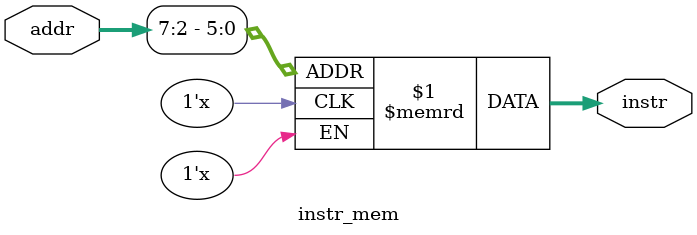
<source format=v>
`timescale 1ns / 1ps


module instr_mem (
    input  wire [31:0] addr,       // PC address
    output wire [31:0] instr       // Fetched instruction
);

    // Declare ROM with 64 words (each 32 bits = one instruction)
    reg [31:0] memory_array [0:63];

    // Initialize memory from a hex file
//    initial begin
//        $readmemh("program.mem", memory_array);
//    end

    // Use word-aligned address (ignore lower 2 bits)
    assign instr = memory_array[addr[7:2]];

endmodule

</source>
